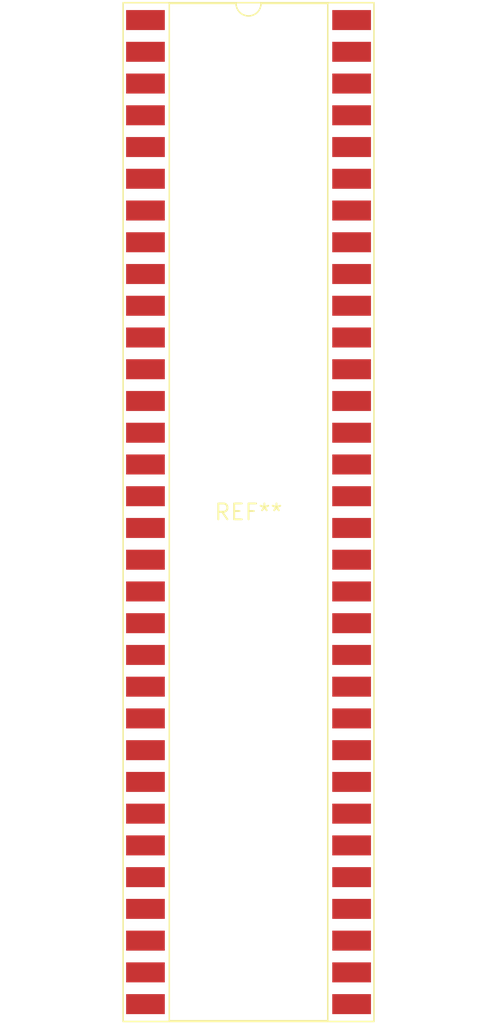
<source format=kicad_pcb>
(kicad_pcb (version 20240108) (generator pcbnew)
  (layers (0 "F.Cu" signal) (31 "B.Cu" signal) (34 "B.Paste" user) (35 "F.Paste" user) (36 "B.SilkS" user "B.Silkscreen") (37 "F.SilkS" user "F.Silkscreen") (38 "B.Mask" user) (39 "F.Mask" user) (44 "Edge.Cuts" user))
  (net 0 "")
  (footprint "DIP-64_W16.51mm_SMDSocket_LongPads" (layer "F.Cu") (at 0 0)
    (property "Reference" "REF**")
    (property "Value" "DIP-64_W16.51mm_SMDSocket_LongPads")
    (fp_line (start -10.045 -40.76) (end -10.045 40.76) (layer "F.SilkS") (stroke (width 0.12)))
    (fp_line (start -10.045 40.76) (end 10.045 40.76) (layer "F.SilkS") (stroke (width 0.12)))
    (fp_line (start -6.345 -40.7) (end -6.345 40.7) (layer "F.SilkS") (stroke (width 0.12)))
    (fp_line (start -6.345 40.7) (end 6.345 40.7) (layer "F.SilkS") (stroke (width 0.12)))
    (fp_line (start -1 -40.7) (end -6.345 -40.7) (layer "F.SilkS") (stroke (width 0.12)))
    (fp_line (start 6.345 -40.7) (end 1 -40.7) (layer "F.SilkS") (stroke (width 0.12)))
    (fp_line (start 6.345 40.7) (end 6.345 -40.7) (layer "F.SilkS") (stroke (width 0.12)))
    (fp_line (start 10.045 -40.76) (end -10.045 -40.76) (layer "F.SilkS") (stroke (width 0.12)))
    (fp_line (start 10.045 40.76) (end 10.045 -40.76) (layer "F.SilkS") (stroke (width 0.12)))
    (fp_arc (start 1 -40.7) (mid 0 -39.7) (end -1 -40.7) (layer "F.SilkS") (stroke (width 0.12)))
    (pad "1" smd rect (at -8.255 -39.37) (size 3.1 1.6) (layers "F.Cu" "F.Paste" "F.Mask"))
    (pad "2" smd rect (at -8.255 -36.83) (size 3.1 1.6) (layers "F.Cu" "F.Paste" "F.Mask"))
    (pad "3" smd rect (at -8.255 -34.29) (size 3.1 1.6) (layers "F.Cu" "F.Paste" "F.Mask"))
    (pad "4" smd rect (at -8.255 -31.75) (size 3.1 1.6) (layers "F.Cu" "F.Paste" "F.Mask"))
    (pad "5" smd rect (at -8.255 -29.21) (size 3.1 1.6) (layers "F.Cu" "F.Paste" "F.Mask"))
    (pad "6" smd rect (at -8.255 -26.67) (size 3.1 1.6) (layers "F.Cu" "F.Paste" "F.Mask"))
    (pad "7" smd rect (at -8.255 -24.13) (size 3.1 1.6) (layers "F.Cu" "F.Paste" "F.Mask"))
    (pad "8" smd rect (at -8.255 -21.59) (size 3.1 1.6) (layers "F.Cu" "F.Paste" "F.Mask"))
    (pad "9" smd rect (at -8.255 -19.05) (size 3.1 1.6) (layers "F.Cu" "F.Paste" "F.Mask"))
    (pad "10" smd rect (at -8.255 -16.51) (size 3.1 1.6) (layers "F.Cu" "F.Paste" "F.Mask"))
    (pad "11" smd rect (at -8.255 -13.97) (size 3.1 1.6) (layers "F.Cu" "F.Paste" "F.Mask"))
    (pad "12" smd rect (at -8.255 -11.43) (size 3.1 1.6) (layers "F.Cu" "F.Paste" "F.Mask"))
    (pad "13" smd rect (at -8.255 -8.89) (size 3.1 1.6) (layers "F.Cu" "F.Paste" "F.Mask"))
    (pad "14" smd rect (at -8.255 -6.35) (size 3.1 1.6) (layers "F.Cu" "F.Paste" "F.Mask"))
    (pad "15" smd rect (at -8.255 -3.81) (size 3.1 1.6) (layers "F.Cu" "F.Paste" "F.Mask"))
    (pad "16" smd rect (at -8.255 -1.27) (size 3.1 1.6) (layers "F.Cu" "F.Paste" "F.Mask"))
    (pad "17" smd rect (at -8.255 1.27) (size 3.1 1.6) (layers "F.Cu" "F.Paste" "F.Mask"))
    (pad "18" smd rect (at -8.255 3.81) (size 3.1 1.6) (layers "F.Cu" "F.Paste" "F.Mask"))
    (pad "19" smd rect (at -8.255 6.35) (size 3.1 1.6) (layers "F.Cu" "F.Paste" "F.Mask"))
    (pad "20" smd rect (at -8.255 8.89) (size 3.1 1.6) (layers "F.Cu" "F.Paste" "F.Mask"))
    (pad "21" smd rect (at -8.255 11.43) (size 3.1 1.6) (layers "F.Cu" "F.Paste" "F.Mask"))
    (pad "22" smd rect (at -8.255 13.97) (size 3.1 1.6) (layers "F.Cu" "F.Paste" "F.Mask"))
    (pad "23" smd rect (at -8.255 16.51) (size 3.1 1.6) (layers "F.Cu" "F.Paste" "F.Mask"))
    (pad "24" smd rect (at -8.255 19.05) (size 3.1 1.6) (layers "F.Cu" "F.Paste" "F.Mask"))
    (pad "25" smd rect (at -8.255 21.59) (size 3.1 1.6) (layers "F.Cu" "F.Paste" "F.Mask"))
    (pad "26" smd rect (at -8.255 24.13) (size 3.1 1.6) (layers "F.Cu" "F.Paste" "F.Mask"))
    (pad "27" smd rect (at -8.255 26.67) (size 3.1 1.6) (layers "F.Cu" "F.Paste" "F.Mask"))
    (pad "28" smd rect (at -8.255 29.21) (size 3.1 1.6) (layers "F.Cu" "F.Paste" "F.Mask"))
    (pad "29" smd rect (at -8.255 31.75) (size 3.1 1.6) (layers "F.Cu" "F.Paste" "F.Mask"))
    (pad "30" smd rect (at -8.255 34.29) (size 3.1 1.6) (layers "F.Cu" "F.Paste" "F.Mask"))
    (pad "31" smd rect (at -8.255 36.83) (size 3.1 1.6) (layers "F.Cu" "F.Paste" "F.Mask"))
    (pad "32" smd rect (at -8.255 39.37) (size 3.1 1.6) (layers "F.Cu" "F.Paste" "F.Mask"))
    (pad "33" smd rect (at 8.255 39.37) (size 3.1 1.6) (layers "F.Cu" "F.Paste" "F.Mask"))
    (pad "34" smd rect (at 8.255 36.83) (size 3.1 1.6) (layers "F.Cu" "F.Paste" "F.Mask"))
    (pad "35" smd rect (at 8.255 34.29) (size 3.1 1.6) (layers "F.Cu" "F.Paste" "F.Mask"))
    (pad "36" smd rect (at 8.255 31.75) (size 3.1 1.6) (layers "F.Cu" "F.Paste" "F.Mask"))
    (pad "37" smd rect (at 8.255 29.21) (size 3.1 1.6) (layers "F.Cu" "F.Paste" "F.Mask"))
    (pad "38" smd rect (at 8.255 26.67) (size 3.1 1.6) (layers "F.Cu" "F.Paste" "F.Mask"))
    (pad "39" smd rect (at 8.255 24.13) (size 3.1 1.6) (layers "F.Cu" "F.Paste" "F.Mask"))
    (pad "40" smd rect (at 8.255 21.59) (size 3.1 1.6) (layers "F.Cu" "F.Paste" "F.Mask"))
    (pad "41" smd rect (at 8.255 19.05) (size 3.1 1.6) (layers "F.Cu" "F.Paste" "F.Mask"))
    (pad "42" smd rect (at 8.255 16.51) (size 3.1 1.6) (layers "F.Cu" "F.Paste" "F.Mask"))
    (pad "43" smd rect (at 8.255 13.97) (size 3.1 1.6) (layers "F.Cu" "F.Paste" "F.Mask"))
    (pad "44" smd rect (at 8.255 11.43) (size 3.1 1.6) (layers "F.Cu" "F.Paste" "F.Mask"))
    (pad "45" smd rect (at 8.255 8.89) (size 3.1 1.6) (layers "F.Cu" "F.Paste" "F.Mask"))
    (pad "46" smd rect (at 8.255 6.35) (size 3.1 1.6) (layers "F.Cu" "F.Paste" "F.Mask"))
    (pad "47" smd rect (at 8.255 3.81) (size 3.1 1.6) (layers "F.Cu" "F.Paste" "F.Mask"))
    (pad "48" smd rect (at 8.255 1.27) (size 3.1 1.6) (layers "F.Cu" "F.Paste" "F.Mask"))
    (pad "49" smd rect (at 8.255 -1.27) (size 3.1 1.6) (layers "F.Cu" "F.Paste" "F.Mask"))
    (pad "50" smd rect (at 8.255 -3.81) (size 3.1 1.6) (layers "F.Cu" "F.Paste" "F.Mask"))
    (pad "51" smd rect (at 8.255 -6.35) (size 3.1 1.6) (layers "F.Cu" "F.Paste" "F.Mask"))
    (pad "52" smd rect (at 8.255 -8.89) (size 3.1 1.6) (layers "F.Cu" "F.Paste" "F.Mask"))
    (pad "53" smd rect (at 8.255 -11.43) (size 3.1 1.6) (layers "F.Cu" "F.Paste" "F.Mask"))
    (pad "54" smd rect (at 8.255 -13.97) (size 3.1 1.6) (layers "F.Cu" "F.Paste" "F.Mask"))
    (pad "55" smd rect (at 8.255 -16.51) (size 3.1 1.6) (layers "F.Cu" "F.Paste" "F.Mask"))
    (pad "56" smd rect (at 8.255 -19.05) (size 3.1 1.6) (layers "F.Cu" "F.Paste" "F.Mask"))
    (pad "57" smd rect (at 8.255 -21.59) (size 3.1 1.6) (layers "F.Cu" "F.Paste" "F.Mask"))
    (pad "58" smd rect (at 8.255 -24.13) (size 3.1 1.6) (layers "F.Cu" "F.Paste" "F.Mask"))
    (pad "59" smd rect (at 8.255 -26.67) (size 3.1 1.6) (layers "F.Cu" "F.Paste" "F.Mask"))
    (pad "60" smd rect (at 8.255 -29.21) (size 3.1 1.6) (layers "F.Cu" "F.Paste" "F.Mask"))
    (pad "61" smd rect (at 8.255 -31.75) (size 3.1 1.6) (layers "F.Cu" "F.Paste" "F.Mask"))
    (pad "62" smd rect (at 8.255 -34.29) (size 3.1 1.6) (layers "F.Cu" "F.Paste" "F.Mask"))
    (pad "63" smd rect (at 8.255 -36.83) (size 3.1 1.6) (layers "F.Cu" "F.Paste" "F.Mask"))
    (pad "64" smd rect (at 8.255 -39.37) (size 3.1 1.6) (layers "F.Cu" "F.Paste" "F.Mask"))
  )
)
</source>
